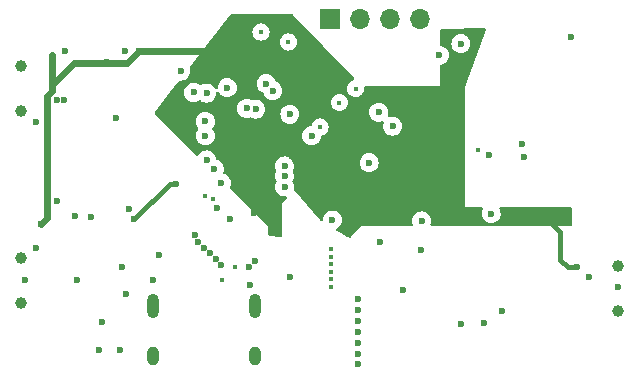
<source format=gbr>
%TF.GenerationSoftware,KiCad,Pcbnew,7.0.11-7.0.11~ubuntu22.04.1*%
%TF.CreationDate,2024-11-26T11:44:11+01:00*%
%TF.ProjectId,H-C6-ulp,482d4336-2d75-46c7-902e-6b696361645f,rev?*%
%TF.SameCoordinates,Original*%
%TF.FileFunction,Copper,L3,Inr*%
%TF.FilePolarity,Positive*%
%FSLAX46Y46*%
G04 Gerber Fmt 4.6, Leading zero omitted, Abs format (unit mm)*
G04 Created by KiCad (PCBNEW 7.0.11-7.0.11~ubuntu22.04.1) date 2024-11-26 11:44:11*
%MOMM*%
%LPD*%
G01*
G04 APERTURE LIST*
%TA.AperFunction,ComponentPad*%
%ADD10O,1.000000X2.100000*%
%TD*%
%TA.AperFunction,ComponentPad*%
%ADD11O,1.000000X1.600000*%
%TD*%
%TA.AperFunction,ComponentPad*%
%ADD12R,1.700000X1.700000*%
%TD*%
%TA.AperFunction,ComponentPad*%
%ADD13O,1.700000X1.700000*%
%TD*%
%TA.AperFunction,ComponentPad*%
%ADD14C,1.000000*%
%TD*%
%TA.AperFunction,ViaPad*%
%ADD15C,0.600000*%
%TD*%
%TA.AperFunction,ViaPad*%
%ADD16C,0.450000*%
%TD*%
%TA.AperFunction,ViaPad*%
%ADD17C,0.800000*%
%TD*%
%TA.AperFunction,Conductor*%
%ADD18C,0.600000*%
%TD*%
%TA.AperFunction,Conductor*%
%ADD19C,0.400000*%
%TD*%
G04 APERTURE END LIST*
D10*
%TO.N,GND*%
%TO.C,J1*%
X127595000Y-74090000D03*
D11*
X127595000Y-78270000D03*
D10*
X136235000Y-74090000D03*
D11*
X136235000Y-78270000D03*
%TD*%
D12*
%TO.N,GND*%
%TO.C,J5*%
X142590000Y-49770000D03*
D13*
%TO.N,VDD33*%
X145130000Y-49770000D03*
%TO.N,/SCL*%
X147670000Y-49770000D03*
%TO.N,/SDA*%
X150210000Y-49770000D03*
%TD*%
D14*
%TO.N,unconnected-(U6-Pad4)*%
%TO.C,U6*%
X116450000Y-69990000D03*
%TO.N,unconnected-(U6-Pad5)*%
X116450000Y-73790000D03*
%TD*%
%TO.N,unconnected-(U4-Pad4)*%
%TO.C,U4*%
X116450000Y-53750000D03*
%TO.N,unconnected-(U4-Pad5)*%
X116450000Y-57550000D03*
%TD*%
%TO.N,unconnected-(U5-Pad4)*%
%TO.C,U5*%
X166980000Y-74500000D03*
%TO.N,unconnected-(U5-Pad5)*%
X166980000Y-70700000D03*
%TD*%
D15*
%TO.N,GND*%
X144975000Y-74421428D03*
X124500000Y-58150000D03*
X134100000Y-66700000D03*
X138750000Y-64000000D03*
X131910000Y-69130000D03*
D16*
X142675000Y-72450000D03*
D15*
X148775000Y-72750000D03*
X128100000Y-69720000D03*
X132410000Y-69620000D03*
X121050000Y-66450000D03*
X144975000Y-77185712D03*
X147900000Y-58850000D03*
X122350000Y-66550000D03*
X144975000Y-76264284D03*
X144975000Y-79028568D03*
X129950000Y-54200000D03*
X144975000Y-78107140D03*
D16*
X142675000Y-71818750D03*
D15*
X155600000Y-75500000D03*
X151850000Y-52850000D03*
D16*
X142675000Y-69925000D03*
D15*
X116750000Y-71850000D03*
X133410000Y-70580000D03*
D16*
X142675000Y-71187500D03*
D15*
X119500000Y-56650000D03*
X120050000Y-56650000D03*
X125570000Y-65850000D03*
X135740000Y-70740000D03*
D16*
X142675000Y-70556250D03*
D15*
X138750000Y-63050000D03*
D16*
X139075000Y-51725000D03*
D15*
X156250000Y-66250000D03*
X156100000Y-61300000D03*
X162975000Y-51325000D03*
X139250000Y-71590000D03*
X144975000Y-73500000D03*
X121150000Y-71850000D03*
X150300000Y-69350000D03*
X150350000Y-66875000D03*
X157125000Y-74500000D03*
D16*
X134520000Y-70780000D03*
D15*
X138750000Y-62220000D03*
X132910000Y-70100000D03*
X135815000Y-72320000D03*
X117750000Y-58500000D03*
X131130000Y-68030000D03*
X166990000Y-72510000D03*
X144975000Y-75342856D03*
X131410000Y-68650000D03*
X125248959Y-52486484D03*
X153680000Y-75600000D03*
X153675000Y-51875000D03*
D16*
X142675000Y-69225000D03*
D15*
X127617525Y-71880000D03*
X136240000Y-70250000D03*
%TO.N,ENABLE*%
X142800000Y-66800000D03*
X124950000Y-70750000D03*
%TO.N,VDD33*%
X123750000Y-53450000D03*
X144200000Y-67980000D03*
X138150000Y-67850000D03*
X153375000Y-65375000D03*
X118113679Y-67163679D03*
X163550000Y-70800000D03*
X136200000Y-66200000D03*
X154547702Y-51227298D03*
X141800000Y-65950000D03*
X126450000Y-52487525D03*
X141871293Y-57896293D03*
X161150000Y-66850000D03*
D16*
X139425000Y-50125000D03*
D15*
X134491404Y-58996490D03*
X142675000Y-54000000D03*
X145100000Y-59650000D03*
X152600000Y-65375000D03*
D17*
X132650000Y-53000000D03*
D15*
%TO.N,Net-(D2-A)*%
X146800000Y-68700000D03*
X146725000Y-57675000D03*
%TO.N,VDD_RTC*%
X133900000Y-55600000D03*
%TO.N,VBUS*%
X126025000Y-66750000D03*
X129577298Y-63727298D03*
%TO.N,SW19*%
X117750000Y-69150000D03*
X132800000Y-62450000D03*
D16*
%TO.N,/EPD_RST*%
X155170000Y-60910000D03*
D15*
X164500000Y-71600000D03*
%TO.N,/EPD_BUSY*%
X145910000Y-61950000D03*
X159000000Y-61500000D03*
%TO.N,unconnected-(J2-Pad19)*%
X158850000Y-60350000D03*
%TO.N,/RTC_EVI*%
X137750000Y-55850000D03*
X136300000Y-57400000D03*
D16*
%TO.N,/RTC_SQW*%
X136761103Y-50877219D03*
D15*
X133400000Y-63650000D03*
%TO.N,Net-(U1-GPIO8)*%
X141054720Y-59654720D03*
D16*
X143400000Y-56850000D03*
%TO.N,/SDA*%
X141755913Y-58930913D03*
X144775000Y-55675000D03*
D15*
%TO.N,/RTC_INT*%
X135550000Y-57350000D03*
X137200000Y-55250000D03*
D16*
%TO.N,/IO_21*%
X132000000Y-64750000D03*
D15*
X123300000Y-75400000D03*
D16*
%TO.N,/IO_22*%
X132701922Y-65034613D03*
D15*
X123050000Y-77800000D03*
%TO.N,/IO_23*%
X133000000Y-65750000D03*
X124850000Y-77800000D03*
%TO.N,/IO_TX*%
X132050000Y-58450000D03*
X132150000Y-56050000D03*
%TO.N,/IO_RX*%
X131050000Y-56000000D03*
X132050000Y-59650000D03*
D16*
%TO.N,Net-(J1-CC2)*%
X133460000Y-71910000D03*
D15*
X125300000Y-73050000D03*
%TO.N,BOOT*%
X119447702Y-65197702D03*
X139200000Y-57850000D03*
%TO.N,SW18*%
X120200000Y-52500000D03*
X132150000Y-61700000D03*
%TD*%
D18*
%TO.N,VDD33*%
X132137525Y-52487525D02*
X126450000Y-52487525D01*
X118650000Y-66627358D02*
X118113679Y-67163679D01*
X132650000Y-53000000D02*
X132137525Y-52487525D01*
X119050000Y-52800000D02*
X119050000Y-55350000D01*
X125437525Y-53500000D02*
X126450000Y-52487525D01*
D19*
X162100000Y-67800000D02*
X162100000Y-70150000D01*
X161150000Y-66850000D02*
X162100000Y-67800000D01*
D18*
X119050000Y-55350000D02*
X120900000Y-53500000D01*
D19*
X162100000Y-70150000D02*
X162750000Y-70800000D01*
D18*
X119050000Y-55897918D02*
X118650000Y-56297918D01*
X118650000Y-56297918D02*
X118650000Y-66627358D01*
D19*
X162750000Y-70800000D02*
X163550000Y-70800000D01*
D18*
X120900000Y-53500000D02*
X125437525Y-53500000D01*
X119050000Y-55350000D02*
X119050000Y-55897918D01*
D19*
%TO.N,VBUS*%
X129052702Y-63727298D02*
X129577298Y-63727298D01*
X126025000Y-66750000D02*
X126030000Y-66750000D01*
X126030000Y-66750000D02*
X129052702Y-63727298D01*
%TD*%
%TA.AperFunction,Conductor*%
%TO.N,VDD33*%
G36*
X139439295Y-49394685D02*
G01*
X139461583Y-49412996D01*
X144622749Y-54773521D01*
X144655066Y-54835467D01*
X144648762Y-54905052D01*
X144605839Y-54960182D01*
X144574377Y-54976566D01*
X144458227Y-55017209D01*
X144319795Y-55104192D01*
X144204192Y-55219795D01*
X144117210Y-55358225D01*
X144063212Y-55512544D01*
X144044909Y-55674996D01*
X144044909Y-55675003D01*
X144063212Y-55837455D01*
X144117210Y-55991774D01*
X144140761Y-56029255D01*
X144204192Y-56130204D01*
X144319796Y-56245808D01*
X144458225Y-56332789D01*
X144612539Y-56386786D01*
X144612542Y-56386786D01*
X144612544Y-56386787D01*
X144774996Y-56405091D01*
X144775000Y-56405091D01*
X144775004Y-56405091D01*
X144937455Y-56386787D01*
X144937456Y-56386786D01*
X144937461Y-56386786D01*
X145091775Y-56332789D01*
X145230204Y-56245808D01*
X145345808Y-56130204D01*
X145432789Y-55991775D01*
X145486786Y-55837461D01*
X145486787Y-55837455D01*
X145505091Y-55675003D01*
X145505091Y-55674996D01*
X145492459Y-55562883D01*
X145504513Y-55494062D01*
X145551863Y-55442682D01*
X145615679Y-55425000D01*
X151900000Y-55425000D01*
X151917279Y-53757507D01*
X151937656Y-53690681D01*
X151990931Y-53645476D01*
X152027397Y-53635577D01*
X152029255Y-53635368D01*
X152199522Y-53575789D01*
X152352262Y-53479816D01*
X152479816Y-53352262D01*
X152575789Y-53199522D01*
X152635368Y-53029255D01*
X152655565Y-52850000D01*
X152636474Y-52680565D01*
X152635369Y-52670750D01*
X152635368Y-52670745D01*
X152577307Y-52504816D01*
X152575789Y-52500478D01*
X152479816Y-52347738D01*
X152352262Y-52220184D01*
X152199521Y-52124210D01*
X152110566Y-52093084D01*
X152029255Y-52064632D01*
X152029252Y-52064631D01*
X152022683Y-52062333D01*
X152023397Y-52060291D01*
X151971489Y-52031247D01*
X151938641Y-51969580D01*
X151936080Y-51943200D01*
X151936787Y-51875003D01*
X152869435Y-51875003D01*
X152889630Y-52054249D01*
X152889631Y-52054254D01*
X152949211Y-52224523D01*
X152994002Y-52295807D01*
X153045184Y-52377262D01*
X153172738Y-52504816D01*
X153325478Y-52600789D01*
X153495745Y-52660368D01*
X153495750Y-52660369D01*
X153674996Y-52680565D01*
X153675000Y-52680565D01*
X153675004Y-52680565D01*
X153854249Y-52660369D01*
X153854252Y-52660368D01*
X153854255Y-52660368D01*
X154024522Y-52600789D01*
X154177262Y-52504816D01*
X154304816Y-52377262D01*
X154400789Y-52224522D01*
X154460368Y-52054255D01*
X154460759Y-52050789D01*
X154480565Y-51875003D01*
X154480565Y-51874996D01*
X154460369Y-51695750D01*
X154460368Y-51695745D01*
X154413757Y-51562539D01*
X154400789Y-51525478D01*
X154304816Y-51372738D01*
X154177262Y-51245184D01*
X154095794Y-51193994D01*
X154024523Y-51149211D01*
X153854254Y-51089631D01*
X153854249Y-51089630D01*
X153675004Y-51069435D01*
X153674996Y-51069435D01*
X153495750Y-51089630D01*
X153495745Y-51089631D01*
X153325476Y-51149211D01*
X153172737Y-51245184D01*
X153045184Y-51372737D01*
X152949211Y-51525476D01*
X152889631Y-51695745D01*
X152889630Y-51695750D01*
X152869435Y-51874996D01*
X152869435Y-51875003D01*
X151936787Y-51875003D01*
X151948736Y-50721933D01*
X151969114Y-50655103D01*
X152022389Y-50609898D01*
X152071937Y-50599223D01*
X155693883Y-50576153D01*
X155761045Y-50595410D01*
X155807135Y-50647921D01*
X155817519Y-50717015D01*
X155810557Y-50744269D01*
X153999999Y-55500001D01*
X153991371Y-64275396D01*
X153990000Y-65670000D01*
X155439525Y-65679482D01*
X155506432Y-65699604D01*
X155551841Y-65752706D01*
X155561332Y-65821928D01*
X155543706Y-65869450D01*
X155524212Y-65900474D01*
X155464631Y-66070745D01*
X155464630Y-66070750D01*
X155444435Y-66249996D01*
X155444435Y-66250003D01*
X155464630Y-66429249D01*
X155464631Y-66429254D01*
X155524211Y-66599523D01*
X155620184Y-66752262D01*
X155747738Y-66879816D01*
X155900478Y-66975789D01*
X156070745Y-67035368D01*
X156070750Y-67035369D01*
X156249996Y-67055565D01*
X156250000Y-67055565D01*
X156250004Y-67055565D01*
X156429249Y-67035369D01*
X156429252Y-67035368D01*
X156429255Y-67035368D01*
X156599522Y-66975789D01*
X156752262Y-66879816D01*
X156879816Y-66752262D01*
X156975789Y-66599522D01*
X157035368Y-66429255D01*
X157040361Y-66384943D01*
X157055565Y-66250003D01*
X157055565Y-66249996D01*
X157035369Y-66070750D01*
X157035368Y-66070745D01*
X156975789Y-65900478D01*
X156971992Y-65894435D01*
X156962990Y-65880109D01*
X156943990Y-65812874D01*
X156964357Y-65746039D01*
X157017624Y-65700824D01*
X157068788Y-65690141D01*
X162976314Y-65728788D01*
X163043220Y-65748909D01*
X163088629Y-65802012D01*
X163099500Y-65852784D01*
X163099500Y-67192790D01*
X163079815Y-67259829D01*
X163027011Y-67305584D01*
X162975268Y-67316790D01*
X155276054Y-67302387D01*
X154000000Y-67300000D01*
X153999884Y-67300000D01*
X151224140Y-67300000D01*
X151157101Y-67280315D01*
X151111346Y-67227511D01*
X151101402Y-67158353D01*
X151107099Y-67135045D01*
X151135366Y-67054262D01*
X151135369Y-67054249D01*
X151155565Y-66875003D01*
X151155565Y-66874996D01*
X151135369Y-66695750D01*
X151135368Y-66695745D01*
X151080894Y-66540068D01*
X151075789Y-66525478D01*
X150979816Y-66372738D01*
X150852262Y-66245184D01*
X150699523Y-66149211D01*
X150529254Y-66089631D01*
X150529249Y-66089630D01*
X150350004Y-66069435D01*
X150349996Y-66069435D01*
X150170750Y-66089630D01*
X150170745Y-66089631D01*
X150000476Y-66149211D01*
X149847737Y-66245184D01*
X149720184Y-66372737D01*
X149624211Y-66525476D01*
X149564631Y-66695745D01*
X149564630Y-66695750D01*
X149544435Y-66874996D01*
X149544435Y-66875003D01*
X149564630Y-67054249D01*
X149564633Y-67054262D01*
X149592901Y-67135045D01*
X149596463Y-67204824D01*
X149561735Y-67265451D01*
X149499741Y-67297679D01*
X149475860Y-67300000D01*
X145200000Y-67300000D01*
X144412258Y-68249923D01*
X144354312Y-68288961D01*
X144284459Y-68290475D01*
X144262369Y-68282180D01*
X143159404Y-67743231D01*
X143107812Y-67696113D01*
X143089885Y-67628582D01*
X143111314Y-67562079D01*
X143147871Y-67526826D01*
X143149520Y-67525789D01*
X143149522Y-67525789D01*
X143302262Y-67429816D01*
X143429816Y-67302262D01*
X143525789Y-67149522D01*
X143585368Y-66979255D01*
X143596572Y-66879815D01*
X143605565Y-66800003D01*
X143605565Y-66799996D01*
X143585369Y-66620750D01*
X143585368Y-66620745D01*
X143577942Y-66599522D01*
X143525789Y-66450478D01*
X143429816Y-66297738D01*
X143302262Y-66170184D01*
X143268884Y-66149211D01*
X143149523Y-66074211D01*
X142979254Y-66014631D01*
X142979249Y-66014630D01*
X142800004Y-65994435D01*
X142799996Y-65994435D01*
X142620750Y-66014630D01*
X142620745Y-66014631D01*
X142450476Y-66074211D01*
X142297737Y-66170184D01*
X142170184Y-66297737D01*
X142074211Y-66450476D01*
X142014631Y-66620745D01*
X142014630Y-66620749D01*
X141998524Y-66763701D01*
X141971457Y-66828115D01*
X141913862Y-66867670D01*
X141844026Y-66869807D01*
X141784119Y-66833849D01*
X141782184Y-66831699D01*
X141182065Y-66149211D01*
X139600000Y-64350000D01*
X139599999Y-64350000D01*
X139583160Y-64330850D01*
X139579490Y-64329643D01*
X139535455Y-64275396D01*
X139527738Y-64205954D01*
X139532807Y-64186574D01*
X139535367Y-64179258D01*
X139535369Y-64179249D01*
X139555565Y-64000003D01*
X139555565Y-63999996D01*
X139535369Y-63820750D01*
X139535368Y-63820745D01*
X139475789Y-63650479D01*
X139475789Y-63650478D01*
X139438397Y-63590969D01*
X139419397Y-63523737D01*
X139438397Y-63459030D01*
X139475789Y-63399522D01*
X139535368Y-63229255D01*
X139535369Y-63229249D01*
X139555565Y-63050003D01*
X139555565Y-63049996D01*
X139535369Y-62870750D01*
X139535368Y-62870745D01*
X139510446Y-62799522D01*
X139475789Y-62700478D01*
X139475788Y-62700476D01*
X139472771Y-62694212D01*
X139474020Y-62693610D01*
X139457098Y-62633747D01*
X139473949Y-62576355D01*
X139472771Y-62575788D01*
X139475788Y-62569523D01*
X139475789Y-62569522D01*
X139535368Y-62399255D01*
X139543192Y-62329816D01*
X139555565Y-62220003D01*
X139555565Y-62219996D01*
X139535369Y-62040750D01*
X139535368Y-62040745D01*
X139503616Y-61950003D01*
X145104435Y-61950003D01*
X145124630Y-62129249D01*
X145124631Y-62129254D01*
X145184211Y-62299523D01*
X145246877Y-62399254D01*
X145280184Y-62452262D01*
X145407738Y-62579816D01*
X145560478Y-62675789D01*
X145697737Y-62723818D01*
X145730745Y-62735368D01*
X145730750Y-62735369D01*
X145909996Y-62755565D01*
X145910000Y-62755565D01*
X145910004Y-62755565D01*
X146089249Y-62735369D01*
X146089252Y-62735368D01*
X146089255Y-62735368D01*
X146259522Y-62675789D01*
X146412262Y-62579816D01*
X146539816Y-62452262D01*
X146635789Y-62299522D01*
X146695368Y-62129255D01*
X146695369Y-62129249D01*
X146715565Y-61950003D01*
X146715565Y-61949996D01*
X146695369Y-61770750D01*
X146695368Y-61770745D01*
X146635788Y-61600476D01*
X146539815Y-61447737D01*
X146412262Y-61320184D01*
X146259523Y-61224211D01*
X146089254Y-61164631D01*
X146089249Y-61164630D01*
X145910004Y-61144435D01*
X145909996Y-61144435D01*
X145730750Y-61164630D01*
X145730745Y-61164631D01*
X145560476Y-61224211D01*
X145407737Y-61320184D01*
X145280184Y-61447737D01*
X145184211Y-61600476D01*
X145124631Y-61770745D01*
X145124630Y-61770750D01*
X145104435Y-61949996D01*
X145104435Y-61950003D01*
X139503616Y-61950003D01*
X139503615Y-61950000D01*
X139475789Y-61870478D01*
X139462621Y-61849522D01*
X139413126Y-61770750D01*
X139379816Y-61717738D01*
X139252262Y-61590184D01*
X139141751Y-61520745D01*
X139099523Y-61494211D01*
X138929254Y-61434631D01*
X138929249Y-61434630D01*
X138750004Y-61414435D01*
X138749996Y-61414435D01*
X138570750Y-61434630D01*
X138570745Y-61434631D01*
X138400476Y-61494211D01*
X138247737Y-61590184D01*
X138120184Y-61717737D01*
X138024211Y-61870476D01*
X137964631Y-62040745D01*
X137964630Y-62040750D01*
X137944435Y-62219996D01*
X137944435Y-62220003D01*
X137964630Y-62399249D01*
X137964633Y-62399262D01*
X138024210Y-62569521D01*
X138027231Y-62575794D01*
X138025984Y-62576394D01*
X138042899Y-62636280D01*
X138026056Y-62693640D01*
X138027231Y-62694206D01*
X138024210Y-62700478D01*
X137964633Y-62870737D01*
X137964630Y-62870750D01*
X137944435Y-63049996D01*
X137944435Y-63050003D01*
X137964630Y-63229249D01*
X137964631Y-63229254D01*
X138024212Y-63399525D01*
X138061600Y-63459029D01*
X138080600Y-63526266D01*
X138061600Y-63590971D01*
X138024212Y-63650474D01*
X137964631Y-63820745D01*
X137964630Y-63820750D01*
X137944435Y-63999996D01*
X137944435Y-64000003D01*
X137964630Y-64179249D01*
X137964631Y-64179254D01*
X138024211Y-64349523D01*
X138089285Y-64453087D01*
X138120184Y-64502262D01*
X138247738Y-64629816D01*
X138400478Y-64725789D01*
X138570745Y-64785368D01*
X138570750Y-64785369D01*
X138749996Y-64805565D01*
X138750000Y-64805565D01*
X138750003Y-64805565D01*
X138842376Y-64795157D01*
X138911198Y-64807211D01*
X138962578Y-64854560D01*
X138980202Y-64922171D01*
X138958476Y-64988577D01*
X138943941Y-65006058D01*
X138575000Y-65374999D01*
X138575000Y-68109889D01*
X138555315Y-68176928D01*
X138502511Y-68222683D01*
X138435929Y-68232970D01*
X137458929Y-68113338D01*
X137394779Y-68085651D01*
X137355781Y-68027677D01*
X137350000Y-67990257D01*
X137350000Y-67299999D01*
X134150312Y-64141758D01*
X134116428Y-64080654D01*
X134120958Y-64010932D01*
X134125703Y-63999699D01*
X134125785Y-63999528D01*
X134125789Y-63999522D01*
X134185368Y-63829255D01*
X134185369Y-63829249D01*
X134205565Y-63650003D01*
X134205565Y-63649996D01*
X134185369Y-63470750D01*
X134185368Y-63470745D01*
X134125788Y-63300476D01*
X134062098Y-63199115D01*
X134029816Y-63147738D01*
X133902262Y-63020184D01*
X133872541Y-63001509D01*
X133749523Y-62924211D01*
X133628364Y-62881816D01*
X133571588Y-62841094D01*
X133545841Y-62776141D01*
X133552277Y-62723822D01*
X133585368Y-62629255D01*
X133585369Y-62629249D01*
X133605565Y-62450003D01*
X133605565Y-62449996D01*
X133585369Y-62270750D01*
X133585368Y-62270745D01*
X133567613Y-62220003D01*
X133525789Y-62100478D01*
X133429816Y-61947738D01*
X133302262Y-61820184D01*
X133273739Y-61802262D01*
X133149521Y-61724210D01*
X133023986Y-61680284D01*
X132967210Y-61639562D01*
X132941720Y-61577126D01*
X132935368Y-61520745D01*
X132875789Y-61350478D01*
X132857106Y-61320745D01*
X132796450Y-61224211D01*
X132779816Y-61197738D01*
X132652262Y-61070184D01*
X132499523Y-60974211D01*
X132329254Y-60914631D01*
X132329249Y-60914630D01*
X132150004Y-60894435D01*
X132149996Y-60894435D01*
X131970750Y-60914630D01*
X131970745Y-60914631D01*
X131800476Y-60974211D01*
X131647737Y-61070184D01*
X131520182Y-61197739D01*
X131467413Y-61281721D01*
X131415078Y-61328011D01*
X131346025Y-61338659D01*
X131282177Y-61310284D01*
X131275312Y-61303999D01*
X129599610Y-59650003D01*
X131244435Y-59650003D01*
X131264630Y-59829249D01*
X131264631Y-59829254D01*
X131324211Y-59999523D01*
X131327177Y-60004243D01*
X131420184Y-60152262D01*
X131547738Y-60279816D01*
X131700478Y-60375789D01*
X131870745Y-60435368D01*
X131870750Y-60435369D01*
X132049996Y-60455565D01*
X132050000Y-60455565D01*
X132050004Y-60455565D01*
X132229249Y-60435369D01*
X132229252Y-60435368D01*
X132229255Y-60435368D01*
X132399522Y-60375789D01*
X132552262Y-60279816D01*
X132679816Y-60152262D01*
X132775789Y-59999522D01*
X132835368Y-59829255D01*
X132835369Y-59829249D01*
X132855033Y-59654723D01*
X140249155Y-59654723D01*
X140269350Y-59833969D01*
X140269351Y-59833974D01*
X140328931Y-60004243D01*
X140421938Y-60152262D01*
X140424904Y-60156982D01*
X140552458Y-60284536D01*
X140639442Y-60339192D01*
X140697684Y-60375788D01*
X140705198Y-60380509D01*
X140861976Y-60435368D01*
X140875465Y-60440088D01*
X140875470Y-60440089D01*
X141054716Y-60460285D01*
X141054720Y-60460285D01*
X141054724Y-60460285D01*
X141233969Y-60440089D01*
X141233972Y-60440088D01*
X141233975Y-60440088D01*
X141404242Y-60380509D01*
X141556982Y-60284536D01*
X141684536Y-60156982D01*
X141780509Y-60004242D01*
X141840088Y-59833975D01*
X141840621Y-59829249D01*
X141850587Y-59740792D01*
X141877653Y-59676377D01*
X141932851Y-59637633D01*
X142072688Y-59588702D01*
X142211117Y-59501721D01*
X142326721Y-59386117D01*
X142413702Y-59247688D01*
X142467699Y-59093374D01*
X142467704Y-59093334D01*
X142486004Y-58930916D01*
X142486004Y-58930909D01*
X142467700Y-58768457D01*
X142467699Y-58768455D01*
X142467699Y-58768452D01*
X142413702Y-58614138D01*
X142326721Y-58475709D01*
X142211117Y-58360105D01*
X142191434Y-58347737D01*
X142072687Y-58273123D01*
X141938852Y-58226292D01*
X141918374Y-58219127D01*
X141918373Y-58219126D01*
X141918368Y-58219125D01*
X141755917Y-58200822D01*
X141755909Y-58200822D01*
X141593457Y-58219125D01*
X141439138Y-58273123D01*
X141300708Y-58360105D01*
X141185105Y-58475708D01*
X141098123Y-58614138D01*
X141064017Y-58711608D01*
X141044127Y-58768452D01*
X141044126Y-58768454D01*
X141041828Y-58775024D01*
X141040203Y-58774455D01*
X141010397Y-58827724D01*
X140948731Y-58860573D01*
X140937512Y-58862360D01*
X140875470Y-58869350D01*
X140705198Y-58928930D01*
X140552457Y-59024904D01*
X140424904Y-59152457D01*
X140328931Y-59305196D01*
X140269351Y-59475465D01*
X140269350Y-59475470D01*
X140249155Y-59654716D01*
X140249155Y-59654723D01*
X132855033Y-59654723D01*
X132855565Y-59650003D01*
X132855565Y-59649996D01*
X132835369Y-59470750D01*
X132835368Y-59470745D01*
X132793909Y-59352262D01*
X132775789Y-59300478D01*
X132679816Y-59147738D01*
X132669759Y-59137681D01*
X132636274Y-59076358D01*
X132641258Y-59006666D01*
X132669759Y-58962319D01*
X132679816Y-58952262D01*
X132775789Y-58799522D01*
X132835368Y-58629255D01*
X132835369Y-58629249D01*
X132855565Y-58450003D01*
X132855565Y-58449996D01*
X132835369Y-58270750D01*
X132835368Y-58270745D01*
X132817305Y-58219125D01*
X132775789Y-58100478D01*
X132773218Y-58096387D01*
X132679815Y-57947737D01*
X132552262Y-57820184D01*
X132399523Y-57724211D01*
X132229254Y-57664631D01*
X132229249Y-57664630D01*
X132050004Y-57644435D01*
X132049996Y-57644435D01*
X131870750Y-57664630D01*
X131870745Y-57664631D01*
X131700476Y-57724211D01*
X131547737Y-57820184D01*
X131420184Y-57947737D01*
X131324211Y-58100476D01*
X131264631Y-58270745D01*
X131264630Y-58270750D01*
X131244435Y-58449996D01*
X131244435Y-58450003D01*
X131264630Y-58629249D01*
X131264631Y-58629254D01*
X131324211Y-58799523D01*
X131420184Y-58952262D01*
X131430241Y-58962319D01*
X131463726Y-59023642D01*
X131458742Y-59093334D01*
X131430241Y-59137681D01*
X131420184Y-59147737D01*
X131324211Y-59300476D01*
X131264631Y-59470745D01*
X131264630Y-59470750D01*
X131244435Y-59649996D01*
X131244435Y-59650003D01*
X129599610Y-59650003D01*
X127778077Y-57852065D01*
X127744193Y-57790961D01*
X127748723Y-57721239D01*
X127766973Y-57688115D01*
X128027601Y-57350003D01*
X134744435Y-57350003D01*
X134764630Y-57529249D01*
X134764631Y-57529254D01*
X134824211Y-57699523D01*
X134881666Y-57790961D01*
X134920184Y-57852262D01*
X135047738Y-57979816D01*
X135138080Y-58036582D01*
X135182721Y-58064632D01*
X135200478Y-58075789D01*
X135275225Y-58101944D01*
X135370745Y-58135368D01*
X135370750Y-58135369D01*
X135549996Y-58155565D01*
X135550000Y-58155565D01*
X135550004Y-58155565D01*
X135729246Y-58135369D01*
X135729245Y-58135369D01*
X135729255Y-58135368D01*
X135824775Y-58101943D01*
X135894553Y-58098382D01*
X135931701Y-58113991D01*
X135950476Y-58125788D01*
X135950478Y-58125789D01*
X136035573Y-58155565D01*
X136120745Y-58185368D01*
X136120750Y-58185369D01*
X136299996Y-58205565D01*
X136300000Y-58205565D01*
X136300004Y-58205565D01*
X136479249Y-58185369D01*
X136479252Y-58185368D01*
X136479255Y-58185368D01*
X136649522Y-58125789D01*
X136802262Y-58029816D01*
X136929816Y-57902262D01*
X136962653Y-57850003D01*
X138394435Y-57850003D01*
X138414630Y-58029249D01*
X138414631Y-58029254D01*
X138474211Y-58199523D01*
X138567341Y-58347737D01*
X138570184Y-58352262D01*
X138697738Y-58479816D01*
X138850478Y-58575789D01*
X138891574Y-58590169D01*
X139020745Y-58635368D01*
X139020750Y-58635369D01*
X139199996Y-58655565D01*
X139200000Y-58655565D01*
X139200004Y-58655565D01*
X139379249Y-58635369D01*
X139379252Y-58635368D01*
X139379255Y-58635368D01*
X139549522Y-58575789D01*
X139702262Y-58479816D01*
X139829816Y-58352262D01*
X139925789Y-58199522D01*
X139985368Y-58029255D01*
X139985901Y-58024523D01*
X140005565Y-57850003D01*
X140005565Y-57849996D01*
X139985848Y-57675003D01*
X145919435Y-57675003D01*
X145939630Y-57854249D01*
X145939631Y-57854254D01*
X145999211Y-58024523D01*
X146068860Y-58135368D01*
X146095184Y-58177262D01*
X146222738Y-58304816D01*
X146375478Y-58400789D01*
X146516104Y-58449996D01*
X146545745Y-58460368D01*
X146545750Y-58460369D01*
X146724996Y-58480565D01*
X146725000Y-58480565D01*
X146725004Y-58480565D01*
X146904249Y-58460369D01*
X146904252Y-58460368D01*
X146904255Y-58460368D01*
X146904256Y-58460367D01*
X146904259Y-58460367D01*
X146951087Y-58443980D01*
X146984828Y-58432173D01*
X147054607Y-58428611D01*
X147115235Y-58463340D01*
X147147462Y-58525333D01*
X147142826Y-58590169D01*
X147114632Y-58670742D01*
X147114630Y-58670750D01*
X147094435Y-58849996D01*
X147094435Y-58850003D01*
X147114630Y-59029245D01*
X147114631Y-59029254D01*
X147174211Y-59199523D01*
X147237646Y-59300478D01*
X147270184Y-59352262D01*
X147397738Y-59479816D01*
X147432598Y-59501720D01*
X147532721Y-59564632D01*
X147550478Y-59575789D01*
X147688860Y-59624211D01*
X147720745Y-59635368D01*
X147720750Y-59635369D01*
X147899996Y-59655565D01*
X147900000Y-59655565D01*
X147900004Y-59655565D01*
X148079249Y-59635369D01*
X148079252Y-59635368D01*
X148079255Y-59635368D01*
X148249522Y-59575789D01*
X148402262Y-59479816D01*
X148529816Y-59352262D01*
X148625789Y-59199522D01*
X148685368Y-59029255D01*
X148685368Y-59029252D01*
X148685370Y-59029245D01*
X148705565Y-58850003D01*
X148705565Y-58849996D01*
X148685369Y-58670750D01*
X148685368Y-58670745D01*
X148625788Y-58500476D01*
X148563150Y-58400789D01*
X148529816Y-58347738D01*
X148402262Y-58220184D01*
X148369379Y-58199522D01*
X148249523Y-58124211D01*
X148079254Y-58064631D01*
X148079249Y-58064630D01*
X147900004Y-58044435D01*
X147899996Y-58044435D01*
X147720750Y-58064630D01*
X147720742Y-58064632D01*
X147640169Y-58092826D01*
X147570390Y-58096387D01*
X147509763Y-58061658D01*
X147477536Y-57999664D01*
X147482174Y-57934828D01*
X147510367Y-57854259D01*
X147510369Y-57854249D01*
X147530565Y-57675003D01*
X147530565Y-57674996D01*
X147510369Y-57495750D01*
X147510368Y-57495745D01*
X147476864Y-57399996D01*
X147450789Y-57325478D01*
X147354816Y-57172738D01*
X147227262Y-57045184D01*
X147156110Y-57000476D01*
X147074523Y-56949211D01*
X146904254Y-56889631D01*
X146904249Y-56889630D01*
X146725004Y-56869435D01*
X146724996Y-56869435D01*
X146545750Y-56889630D01*
X146545745Y-56889631D01*
X146375476Y-56949211D01*
X146222737Y-57045184D01*
X146095184Y-57172737D01*
X145999211Y-57325476D01*
X145939631Y-57495745D01*
X145939630Y-57495750D01*
X145919435Y-57674996D01*
X145919435Y-57675003D01*
X139985848Y-57675003D01*
X139985369Y-57670750D01*
X139985368Y-57670745D01*
X139947242Y-57561787D01*
X139925789Y-57500478D01*
X139829816Y-57347738D01*
X139702262Y-57220184D01*
X139549523Y-57124211D01*
X139379254Y-57064631D01*
X139379249Y-57064630D01*
X139200004Y-57044435D01*
X139199996Y-57044435D01*
X139020750Y-57064630D01*
X139020745Y-57064631D01*
X138850476Y-57124211D01*
X138697737Y-57220184D01*
X138570184Y-57347737D01*
X138474211Y-57500476D01*
X138414631Y-57670745D01*
X138414630Y-57670750D01*
X138394435Y-57849996D01*
X138394435Y-57850003D01*
X136962653Y-57850003D01*
X137025789Y-57749522D01*
X137085368Y-57579255D01*
X137087336Y-57561787D01*
X137105565Y-57400003D01*
X137105565Y-57399996D01*
X137085369Y-57220750D01*
X137085368Y-57220745D01*
X137051589Y-57124211D01*
X137025789Y-57050478D01*
X136929816Y-56897738D01*
X136882081Y-56850003D01*
X142669909Y-56850003D01*
X142688212Y-57012455D01*
X142742210Y-57166774D01*
X142776126Y-57220750D01*
X142829192Y-57305204D01*
X142944796Y-57420808D01*
X143083225Y-57507789D01*
X143237539Y-57561786D01*
X143237542Y-57561786D01*
X143237544Y-57561787D01*
X143399996Y-57580091D01*
X143400000Y-57580091D01*
X143400004Y-57580091D01*
X143562455Y-57561787D01*
X143562456Y-57561786D01*
X143562461Y-57561786D01*
X143716775Y-57507789D01*
X143855204Y-57420808D01*
X143970808Y-57305204D01*
X144057789Y-57166775D01*
X144111786Y-57012461D01*
X144113136Y-57000478D01*
X144130091Y-56850003D01*
X144130091Y-56849996D01*
X144111787Y-56687544D01*
X144111786Y-56687542D01*
X144111786Y-56687539D01*
X144057789Y-56533225D01*
X143970808Y-56394796D01*
X143855204Y-56279192D01*
X143776623Y-56229816D01*
X143716774Y-56192210D01*
X143562455Y-56138212D01*
X143400004Y-56119909D01*
X143399996Y-56119909D01*
X143237544Y-56138212D01*
X143083225Y-56192210D01*
X142944795Y-56279192D01*
X142829192Y-56394795D01*
X142742210Y-56533225D01*
X142688212Y-56687544D01*
X142669909Y-56849996D01*
X142669909Y-56850003D01*
X136882081Y-56850003D01*
X136802262Y-56770184D01*
X136731608Y-56725789D01*
X136649523Y-56674211D01*
X136479254Y-56614631D01*
X136479249Y-56614630D01*
X136300004Y-56594435D01*
X136299996Y-56594435D01*
X136120746Y-56614631D01*
X136120745Y-56614631D01*
X136025221Y-56648055D01*
X135955442Y-56651616D01*
X135918299Y-56636008D01*
X135899523Y-56624211D01*
X135899521Y-56624210D01*
X135729262Y-56564633D01*
X135729249Y-56564630D01*
X135550004Y-56544435D01*
X135549996Y-56544435D01*
X135370750Y-56564630D01*
X135370745Y-56564631D01*
X135200476Y-56624211D01*
X135047737Y-56720184D01*
X134920184Y-56847737D01*
X134824211Y-57000476D01*
X134764631Y-57170745D01*
X134764630Y-57170750D01*
X134744435Y-57349996D01*
X134744435Y-57350003D01*
X128027601Y-57350003D01*
X129068226Y-56000003D01*
X130244435Y-56000003D01*
X130264630Y-56179249D01*
X130264631Y-56179254D01*
X130324211Y-56349523D01*
X130359127Y-56405091D01*
X130420184Y-56502262D01*
X130547738Y-56629816D01*
X130638080Y-56686582D01*
X130691557Y-56720184D01*
X130700478Y-56725789D01*
X130827352Y-56770184D01*
X130870745Y-56785368D01*
X130870750Y-56785369D01*
X131049996Y-56805565D01*
X131050000Y-56805565D01*
X131050004Y-56805565D01*
X131229249Y-56785369D01*
X131229252Y-56785368D01*
X131229255Y-56785368D01*
X131399522Y-56725789D01*
X131408443Y-56720184D01*
X131438341Y-56701397D01*
X131496460Y-56664878D01*
X131563696Y-56645878D01*
X131630531Y-56666245D01*
X131642125Y-56675686D01*
X131642295Y-56675475D01*
X131647737Y-56679815D01*
X131647738Y-56679816D01*
X131711983Y-56720184D01*
X131791557Y-56770184D01*
X131800478Y-56775789D01*
X131885573Y-56805565D01*
X131970745Y-56835368D01*
X131970750Y-56835369D01*
X132149996Y-56855565D01*
X132150000Y-56855565D01*
X132150004Y-56855565D01*
X132329249Y-56835369D01*
X132329252Y-56835368D01*
X132329255Y-56835368D01*
X132499522Y-56775789D01*
X132652262Y-56679816D01*
X132779816Y-56552262D01*
X132875789Y-56399522D01*
X132935368Y-56229255D01*
X132955565Y-56050000D01*
X132954824Y-56043429D01*
X132966876Y-55974610D01*
X133014222Y-55923229D01*
X133081831Y-55905601D01*
X133148238Y-55927324D01*
X133183037Y-55963571D01*
X133270179Y-56102256D01*
X133270184Y-56102262D01*
X133397738Y-56229816D01*
X133550478Y-56325789D01*
X133720745Y-56385368D01*
X133720750Y-56385369D01*
X133899996Y-56405565D01*
X133900000Y-56405565D01*
X133900004Y-56405565D01*
X134079249Y-56385369D01*
X134079252Y-56385368D01*
X134079255Y-56385368D01*
X134249522Y-56325789D01*
X134402262Y-56229816D01*
X134529816Y-56102262D01*
X134625789Y-55949522D01*
X134685368Y-55779255D01*
X134685369Y-55779249D01*
X134705565Y-55600003D01*
X134705565Y-55599996D01*
X134685369Y-55420750D01*
X134685368Y-55420745D01*
X134651589Y-55324211D01*
X134625789Y-55250478D01*
X134625491Y-55250003D01*
X136394435Y-55250003D01*
X136414630Y-55429249D01*
X136414631Y-55429254D01*
X136474211Y-55599523D01*
X136537646Y-55700478D01*
X136570184Y-55752262D01*
X136697738Y-55879816D01*
X136738775Y-55905601D01*
X136850479Y-55975790D01*
X136890483Y-55989787D01*
X136902874Y-55994123D01*
X136959651Y-56034844D01*
X136978963Y-56070211D01*
X137024210Y-56199521D01*
X137043245Y-56229815D01*
X137120184Y-56352262D01*
X137247738Y-56479816D01*
X137283461Y-56502262D01*
X137382721Y-56564632D01*
X137400478Y-56575789D01*
X137554878Y-56629816D01*
X137570745Y-56635368D01*
X137570750Y-56635369D01*
X137749996Y-56655565D01*
X137750000Y-56655565D01*
X137750004Y-56655565D01*
X137929249Y-56635369D01*
X137929252Y-56635368D01*
X137929255Y-56635368D01*
X138099522Y-56575789D01*
X138252262Y-56479816D01*
X138379816Y-56352262D01*
X138475789Y-56199522D01*
X138535368Y-56029255D01*
X138538664Y-56000003D01*
X138555565Y-55850003D01*
X138555565Y-55849996D01*
X138535369Y-55670750D01*
X138535368Y-55670745D01*
X138528276Y-55650476D01*
X138475789Y-55500478D01*
X138475489Y-55500001D01*
X138428363Y-55425000D01*
X138379816Y-55347738D01*
X138252262Y-55220184D01*
X138099524Y-55124212D01*
X138099523Y-55124211D01*
X138047122Y-55105875D01*
X137990346Y-55065153D01*
X137971037Y-55029790D01*
X137925789Y-54900478D01*
X137829816Y-54747738D01*
X137702262Y-54620184D01*
X137549523Y-54524211D01*
X137379254Y-54464631D01*
X137379249Y-54464630D01*
X137200004Y-54444435D01*
X137199996Y-54444435D01*
X137020750Y-54464630D01*
X137020745Y-54464631D01*
X136850476Y-54524211D01*
X136697737Y-54620184D01*
X136570184Y-54747737D01*
X136474211Y-54900476D01*
X136414631Y-55070745D01*
X136414630Y-55070750D01*
X136394435Y-55249996D01*
X136394435Y-55250003D01*
X134625491Y-55250003D01*
X134603265Y-55214632D01*
X134586582Y-55188080D01*
X134529816Y-55097738D01*
X134402262Y-54970184D01*
X134331608Y-54925789D01*
X134249523Y-54874211D01*
X134079254Y-54814631D01*
X134079249Y-54814630D01*
X133900004Y-54794435D01*
X133899996Y-54794435D01*
X133720750Y-54814630D01*
X133720745Y-54814631D01*
X133550476Y-54874211D01*
X133397737Y-54970184D01*
X133270184Y-55097737D01*
X133174211Y-55250476D01*
X133114631Y-55420745D01*
X133114630Y-55420750D01*
X133094435Y-55599996D01*
X133094435Y-55600000D01*
X133095176Y-55606574D01*
X133083120Y-55675396D01*
X133035770Y-55726775D01*
X132968160Y-55744398D01*
X132901754Y-55722671D01*
X132866961Y-55686428D01*
X132779815Y-55547737D01*
X132652262Y-55420184D01*
X132499523Y-55324211D01*
X132329254Y-55264631D01*
X132329249Y-55264630D01*
X132150004Y-55244435D01*
X132149996Y-55244435D01*
X131970750Y-55264630D01*
X131970745Y-55264631D01*
X131800476Y-55324211D01*
X131703539Y-55385121D01*
X131636302Y-55404121D01*
X131569467Y-55383753D01*
X131557874Y-55374312D01*
X131557705Y-55374525D01*
X131552262Y-55370184D01*
X131399523Y-55274211D01*
X131229254Y-55214631D01*
X131229249Y-55214630D01*
X131050004Y-55194435D01*
X131049996Y-55194435D01*
X130870750Y-55214630D01*
X130870745Y-55214631D01*
X130700476Y-55274211D01*
X130547737Y-55370184D01*
X130420184Y-55497737D01*
X130324211Y-55650476D01*
X130264631Y-55820745D01*
X130264630Y-55820750D01*
X130244435Y-55999996D01*
X130244435Y-56000003D01*
X129068226Y-56000003D01*
X129801326Y-55048955D01*
X129857839Y-55007881D01*
X129913412Y-55001442D01*
X129950000Y-55005565D01*
X129950001Y-55005564D01*
X129950002Y-55005565D01*
X129950003Y-55005565D01*
X130129249Y-54985369D01*
X130129252Y-54985368D01*
X130129255Y-54985368D01*
X130299522Y-54925789D01*
X130452262Y-54829816D01*
X130579816Y-54702262D01*
X130675789Y-54549522D01*
X130735368Y-54379255D01*
X130755565Y-54200000D01*
X130735368Y-54020745D01*
X130735367Y-54020743D01*
X130735366Y-54020737D01*
X130713397Y-53957954D01*
X130709834Y-53888176D01*
X130732227Y-53841299D01*
X132363538Y-51725003D01*
X138344909Y-51725003D01*
X138363212Y-51887455D01*
X138417210Y-52041774D01*
X138469009Y-52124211D01*
X138504192Y-52180204D01*
X138619796Y-52295808D01*
X138758225Y-52382789D01*
X138912539Y-52436786D01*
X138912542Y-52436786D01*
X138912544Y-52436787D01*
X139074996Y-52455091D01*
X139075000Y-52455091D01*
X139075004Y-52455091D01*
X139237455Y-52436787D01*
X139237456Y-52436786D01*
X139237461Y-52436786D01*
X139391775Y-52382789D01*
X139530204Y-52295808D01*
X139645808Y-52180204D01*
X139732789Y-52041775D01*
X139786786Y-51887461D01*
X139788190Y-51875000D01*
X139805091Y-51725003D01*
X139805091Y-51724996D01*
X139786787Y-51562544D01*
X139786786Y-51562542D01*
X139786786Y-51562539D01*
X139732789Y-51408225D01*
X139645808Y-51269796D01*
X139530204Y-51154192D01*
X139427458Y-51089632D01*
X139391774Y-51067210D01*
X139237455Y-51013212D01*
X139075004Y-50994909D01*
X139074996Y-50994909D01*
X138912544Y-51013212D01*
X138758225Y-51067210D01*
X138619795Y-51154192D01*
X138504192Y-51269795D01*
X138417210Y-51408225D01*
X138363212Y-51562544D01*
X138344909Y-51724996D01*
X138344909Y-51725003D01*
X132363538Y-51725003D01*
X133017036Y-50877222D01*
X136031012Y-50877222D01*
X136049315Y-51039674D01*
X136103313Y-51193993D01*
X136103314Y-51193994D01*
X136190295Y-51332423D01*
X136305899Y-51448027D01*
X136444328Y-51535008D01*
X136598642Y-51589005D01*
X136598645Y-51589005D01*
X136598647Y-51589006D01*
X136761099Y-51607310D01*
X136761103Y-51607310D01*
X136761107Y-51607310D01*
X136923558Y-51589006D01*
X136923559Y-51589005D01*
X136923564Y-51589005D01*
X137077878Y-51535008D01*
X137216307Y-51448027D01*
X137331911Y-51332423D01*
X137418892Y-51193994D01*
X137472889Y-51039680D01*
X137475871Y-51013214D01*
X137491194Y-50877222D01*
X137491194Y-50877215D01*
X137472890Y-50714763D01*
X137472889Y-50714761D01*
X137472889Y-50714758D01*
X137418892Y-50560444D01*
X137331911Y-50422015D01*
X137216307Y-50306411D01*
X137077877Y-50219429D01*
X136923558Y-50165431D01*
X136761107Y-50147128D01*
X136761099Y-50147128D01*
X136598647Y-50165431D01*
X136444328Y-50219429D01*
X136305898Y-50306411D01*
X136190295Y-50422014D01*
X136103313Y-50560444D01*
X136049315Y-50714763D01*
X136031012Y-50877215D01*
X136031012Y-50877222D01*
X133017036Y-50877222D01*
X134137771Y-49423296D01*
X134194289Y-49382219D01*
X134235980Y-49375000D01*
X139372256Y-49375000D01*
X139439295Y-49394685D01*
G37*
%TD.AperFunction*%
%TD*%
M02*

</source>
